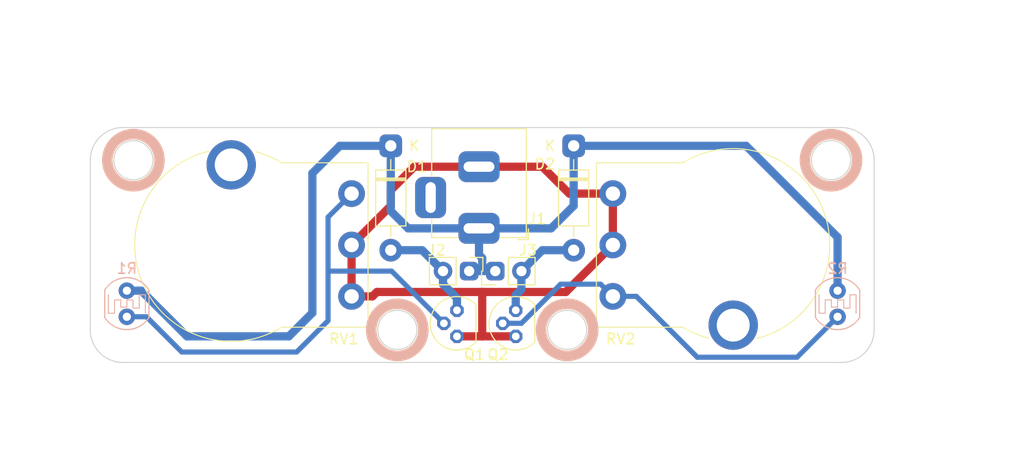
<source format=kicad_pcb>
(kicad_pcb (version 20221018) (generator pcbnew)
  (title_block (title "BoxRobot") (date "2023-06-22") (rev "v1") (company "Maker's Asylum") (comment 1 "Line Follower Robot") (comment 2 "for Innovation School Kit box"))
  (layers (0 "F.Cu" signal) (31 "B.Cu" signal) (36 "B.SilkS" user "B.Silkscreen") (37 "F.SilkS" user "F.Silkscreen") (38 "B.Mask" user) (39 "F.Mask" user) (44 "Edge.Cuts" user))
  (net 0 "")
  (net 1 "/9V")
  (net 2 "/Drain1")
  (net 3 "/Drain2")
  (net 4 "/GND")
  (net 5 "/Gate1")
  (net 6 "/Gate2")
  (footprint "Lib_robot_lf:PinHeader_1x02_P2.54mm_Vertical" (layer "F.Cu") (at 100.33 78.74 -90)
    (fp_text reference "J2" (at -2.032 3.175 -180) (layer "F.SilkS") (effects (font (size 1.016 1.016) (thickness 0.1524))))
    (fp_text value "Motor")
    (fp_line (start -1.33 -1.33) (end 0 -1.33) (stroke (width 0.12)) (layer "F.SilkS"))
    (fp_line (start -1.33 0) (end -1.33 -1.33) (stroke (width 0.12)) (layer "F.SilkS"))
    (fp_line (start -1.33 1.27) (end -1.33 3.87) (stroke (width 0.12)) (layer "F.SilkS"))
    (fp_line (start -1.33 1.27) (end 1.33 1.27) (stroke (width 0.12)) (layer "F.SilkS"))
    (fp_line (start -1.33 3.87) (end 1.33 3.87) (stroke (width 0.12)) (layer "F.SilkS"))
    (fp_line (start 1.33 1.27) (end 1.33 3.87) (stroke (width 0.12)) (layer "F.SilkS"))
    (pad "1" thru_hole roundrect (at 0 0 270) (size 1.8 1.8) (drill 1) (layers "*.Cu" "*.Mask") (net 1 "/9V"))
    (pad "2" thru_hole circle (at 0 2.54 270) (size 1.8 1.8) (drill 1) (layers "*.Cu" "*.Mask") (net 2 "/Drain1"))
  )
  (footprint "Lib_robot_lf:D_DO-41_SOD81_P10.16mm_Horizontal" (layer "F.Cu") (at 92.71 66.548001 -90)
    (fp_text reference "D1" (at 2.031999 -2.54) (layer "F.SilkS") (effects (font (size 1.016 1.016) (thickness 0.1524))))
    (fp_text value "1N5819")
    (fp_text user "K" (at -0.000001 -2.286) (layer "F.SilkS") (effects (font (size 1.016 1.016) (thickness 0.1524))))
    (fp_line (start 1.34 0) (end 2.36 0) (stroke (width 0.12)) (layer "F.SilkS"))
    (fp_line (start 2.36 -1.47) (end 2.36 1.47) (stroke (width 0.12)) (layer "F.SilkS"))
    (fp_line (start 2.36 1.47) (end 7.8 1.47) (stroke (width 0.12)) (layer "F.SilkS"))
    (fp_line (start 3.14 -1.47) (end 3.14 1.47) (stroke (width 0.12)) (layer "F.SilkS"))
    (fp_line (start 3.26 -1.47) (end 3.26 1.47) (stroke (width 0.12)) (layer "F.SilkS"))
    (fp_line (start 3.38 -1.47) (end 3.38 1.47) (stroke (width 0.12)) (layer "F.SilkS"))
    (fp_line (start 7.8 -1.47) (end 2.36 -1.47) (stroke (width 0.12)) (layer "F.SilkS"))
    (fp_line (start 7.8 1.47) (end 7.8 -1.47) (stroke (width 0.12)) (layer "F.SilkS"))
    (fp_line (start 8.82 0) (end 7.8 0) (stroke (width 0.12)) (layer "F.SilkS"))
    (pad "1" thru_hole roundrect (at 0 0 270) (size 2.2 2.2) (drill 1.1) (layers "*.Cu" "*.Mask") (net 1 "/9V"))
    (pad "2" thru_hole oval (at 10.16 0 270) (size 2.2 2.2) (drill 1.1) (layers "*.Cu" "*.Mask") (net 2 "/Drain1"))
  )
  (footprint "Lib_robot_lf:BarrelJack_Horizontal" (layer "F.Cu") (at 101.2875 74.58 -90)
    (fp_text reference "J1" (at -0.92 -5.6465 -180) (layer "F.SilkS") (effects (font (size 1.016 1.016) (thickness 0.1524))))
    (fp_text value "9VDC")
    (fp_line (start -9.7 -4.6) (end 0.9 -4.6) (stroke (width 0.12)) (layer "F.SilkS"))
    (fp_line (start -9.7 4.6) (end -9.7 -4.6) (stroke (width 0.12)) (layer "F.SilkS"))
    (fp_line (start -5.1 4.6) (end -9.7 4.6) (stroke (width 0.12)) (layer "F.SilkS"))
    (fp_line (start 0.05 -4.8) (end 1.1 -4.8) (stroke (width 0.12)) (layer "F.SilkS"))
    (fp_line (start 0.9 -4.7) (end 0.9 -2.1) (stroke (width 0.12)) (layer "F.SilkS"))
    (fp_line (start 0.9 2.1) (end 0.9 4.6) (stroke (width 0.12)) (layer "F.SilkS"))
    (fp_line (start 0.9 4.6) (end -0.9 4.6) (stroke (width 0.12)) (layer "F.SilkS"))
    (fp_line (start 1.1 -3.75) (end 1.1 -4.8) (stroke (width 0.12)) (layer "F.SilkS"))
    (pad "1" thru_hole roundrect (at 0 0 270) (size 3 4) (drill oval 1 3) (layers "*.Cu" "*.Mask") (net 1 "/9V"))
    (pad "2" thru_hole roundrect (at -6 0 270) (size 3 4) (drill oval 1 3) (layers "*.Cu" "*.Mask") (net 4 "/GND"))
    (pad "3" thru_hole roundrect (at -3 4.7 270) (size 4 3) (drill oval 3 1) (layers "*.Cu" "*.Mask"))
  )
  (footprint "Lib_robot_lf:TO-92" (layer "F.Cu") (at 99.145 85.09 90)
    (fp_text reference "Q1" (at -1.778 1.693) (layer "F.SilkS") (effects (font (size 1.016 1.016) (thickness 0.1524))))
    (fp_text value "2N7000")
    (fp_line (start -0.53 1.85) (end 3.07 1.85) (stroke (width 0.12)) (layer "F.SilkS"))
    (fp_arc (start -0.568478 1.838478) (mid -1.132087 -0.994977) (end 1.27 -2.6) (stroke (width 0.12)) (layer "F.SilkS"))
    (fp_arc (start 1.27 -2.6) (mid 3.672087 -0.994977) (end 3.108478 1.838478) (stroke (width 0.12)) (layer "F.SilkS"))
    (pad "1" thru_hole roundrect (at 0 0 90) (size 1.3 1.3) (drill 0.75) (layers "*.Cu" "*.Mask") (roundrect_rratio 0) (chamfer_ratio 0.3) (chamfer top_left top_right bottom_left bottom_right) (net 4 "/GND"))
    (pad "2" thru_hole roundrect (at 1.27 -1.27 90) (size 1.3 1.3) (drill 0.75) (layers "*.Cu" "*.Mask") (roundrect_rratio 0) (chamfer_ratio 0.3) (chamfer top_left top_right bottom_left bottom_right) (net 5 "/Gate1"))
    (pad "3" thru_hole roundrect (at 2.54 0 90) (size 1.3 1.3) (drill 0.75) (layers "*.Cu" "*.Mask") (roundrect_rratio 0) (chamfer_ratio 0.3) (chamfer top_left top_right bottom_left bottom_right) (net 2 "/Drain1"))
  )
  (footprint "Lib_robot_lf:PinHeader_1x02_P2.54mm_Vertical" (layer "F.Cu") (at 102.87 78.74 90)
    (fp_text reference "J3" (at 2.032 3.175 180) (layer "F.SilkS") (effects (font (size 1.016 1.016) (thickness 0.1524))))
    (fp_text value "Motor")
    (fp_line (start -1.33 -1.33) (end 0 -1.33) (stroke (width 0.12)) (layer "F.SilkS"))
    (fp_line (start -1.33 0) (end -1.33 -1.33) (stroke (width 0.12)) (layer "F.SilkS"))
    (fp_line (start -1.33 1.27) (end -1.33 3.87) (stroke (width 0.12)) (layer "F.SilkS"))
    (fp_line (start -1.33 1.27) (end 1.33 1.27) (stroke (width 0.12)) (layer "F.SilkS"))
    (fp_line (start -1.33 3.87) (end 1.33 3.87) (stroke (width 0.12)) (layer "F.SilkS"))
    (fp_line (start 1.33 1.27) (end 1.33 3.87) (stroke (width 0.12)) (layer "F.SilkS"))
    (pad "1" thru_hole roundrect (at 0 0 90) (size 1.8 1.8) (drill 1) (layers "*.Cu" "*.Mask") (net 1 "/9V"))
    (pad "2" thru_hole circle (at 0 2.54 90) (size 1.8 1.8) (drill 1) (layers "*.Cu" "*.Mask") (net 3 "/Drain2"))
  )
  (footprint "Lib_robot_lf:TO-92" (layer "F.Cu") (at 104.86 85.09 90)
    (fp_text reference "Q2" (at -1.778 -1.736) (layer "F.SilkS") (effects (font (size 1.016 1.016) (thickness 0.1524))))
    (fp_text value "2N7000")
    (fp_line (start -0.53 1.85) (end 3.07 1.85) (stroke (width 0.12)) (layer "F.SilkS"))
    (fp_arc (start -0.568478 1.838478) (mid -1.132087 -0.994977) (end 1.27 -2.6) (stroke (width 0.12)) (layer "F.SilkS"))
    (fp_arc (start 1.27 -2.6) (mid 3.672087 -0.994977) (end 3.108478 1.838478) (stroke (width 0.12)) (layer "F.SilkS"))
    (pad "1" thru_hole roundrect (at 0 0 90) (size 1.3 1.3) (drill 0.75) (layers "*.Cu" "*.Mask") (roundrect_rratio 0) (chamfer_ratio 0.3) (chamfer top_left top_right bottom_left bottom_right) (net 4 "/GND"))
    (pad "2" thru_hole roundrect (at 1.27 -1.27 90) (size 1.3 1.3) (drill 0.75) (layers "*.Cu" "*.Mask") (roundrect_rratio 0) (chamfer_ratio 0.3) (chamfer top_left top_right bottom_left bottom_right) (net 6 "/Gate2"))
    (pad "3" thru_hole roundrect (at 2.54 0 90) (size 1.3 1.3) (drill 0.75) (layers "*.Cu" "*.Mask") (roundrect_rratio 0) (chamfer_ratio 0.3) (chamfer top_left top_right bottom_left bottom_right) (net 3 "/Drain2"))
  )
  (footprint "Lib_robot_lf:D_DO-41_SOD81_P10.16mm_Horizontal" (layer "F.Cu") (at 110.49 66.548001 -90)
    (fp_text reference "D2" (at 1.777999 2.794) (layer "F.SilkS") (effects (font (size 1.016 1.016) (thickness 0.1524))))
    (fp_text value "1N5819")
    (fp_text user "K" (at -0.000001 2.286) (layer "F.SilkS") (effects (font (size 1.016 1.016) (thickness 0.1524))))
    (fp_line (start 1.34 0) (end 2.36 0) (stroke (width 0.12)) (layer "F.SilkS"))
    (fp_line (start 2.36 -1.47) (end 2.36 1.47) (stroke (width 0.12)) (layer "F.SilkS"))
    (fp_line (start 2.36 1.47) (end 7.8 1.47) (stroke (width 0.12)) (layer "F.SilkS"))
    (fp_line (start 3.14 -1.47) (end 3.14 1.47) (stroke (width 0.12)) (layer "F.SilkS"))
    (fp_line (start 3.26 -1.47) (end 3.26 1.47) (stroke (width 0.12)) (layer "F.SilkS"))
    (fp_line (start 3.38 -1.47) (end 3.38 1.47) (stroke (width 0.12)) (layer "F.SilkS"))
    (fp_line (start 7.8 -1.47) (end 2.36 -1.47) (stroke (width 0.12)) (layer "F.SilkS"))
    (fp_line (start 7.8 1.47) (end 7.8 -1.47) (stroke (width 0.12)) (layer "F.SilkS"))
    (fp_line (start 8.82 0) (end 7.8 0) (stroke (width 0.12)) (layer "F.SilkS"))
    (pad "1" thru_hole roundrect (at 0 0 270) (size 2.2 2.2) (drill 1.1) (layers "*.Cu" "*.Mask") (net 1 "/9V"))
    (pad "2" thru_hole oval (at 10.16 0 270) (size 2.2 2.2) (drill 1.1) (layers "*.Cu" "*.Mask") (net 3 "/Drain2"))
  )
  (footprint "Lib_robot_lf:Pot_P160KNPD4FC20B10K" (layer "B.Cu") (at 88.9 76.2 -90)
    (fp_text reference "RV1" (at 9.144 0.762) (layer "F.SilkS") (effects (font (size 1.016 1.016) (thickness 0.1524))))
    (fp_text value "10k" hide)
    (fp_line (start -8 -1.6) (end -8 6.8) (stroke (width 0.1)) (layer "F.SilkS"))
    (fp_line (start 8 -1.6) (end -8 -1.6) (stroke (width 0.1)) (layer "F.SilkS"))
    (fp_line (start 8 6.8) (end 8 -1.6) (stroke (width 0.1)) (layer "F.SilkS"))
    (fp_arc (start -9.071185 9.3076) (mid -8.627186 8.014674) (end -7.999999 6.800001) (stroke (width 0.1)) (layer "F.SilkS"))
    (fp_arc (start 7.999999 6.800001) (mid 3.596022 20.364789) (end -9.118667 13.904513) (stroke (width 0.1)) (layer "F.SilkS"))
    (pad "" np_thru_hole circle (at 0 11.7 270) (size 7.5 7.5) (drill 7.5) (layers "*.Cu" "*.Mask"))
    (pad "1" thru_hole circle (at -5 0 270) (size 2.6 2.6) (drill 1.4) (layers "*.Cu" "*.Mask") (net 5 "/Gate1"))
    (pad "2" thru_hole circle (at 0 0 270) (size 2.6 2.6) (drill 1.4) (layers "*.Cu" "*.Mask") (net 4 "/GND"))
    (pad "3" thru_hole circle (at 5 0 270) (size 2.6 2.6) (drill 1.4) (layers "*.Cu" "*.Mask") (net 4 "/GND"))
    (pad "MH1" thru_hole circle (at -7.8 11.7 270) (size 4.8 4.8) (drill 3.2) (layers "*.Cu" "*.Mask"))
  )
  (footprint "Lib_robot_lf:R_LDR_4.9x4.2mm_P2.54mm_Vertical" (layer "B.Cu") (at 136.144 80.645 -90)
    (fp_text reference "R2" (at -2.159 0 -180) (layer "B.SilkS") (effects (font (size 1.016 1.016) (thickness 0.1524)) (justify mirror)))
    (fp_text value "LDR")
    (fp_line (start -0.05 -2.15) (end 2.6 -2.15) (stroke (width 0.12)) (layer "B.SilkS"))
    (fp_line (start -0.05 2.15) (end 2.6 2.15) (stroke (width 0.12)) (layer "B.SilkS"))
    (fp_line (start 0.4 -1.8) (end 2.2 -1.8) (stroke (width 0.1)) (layer "B.SilkS"))
    (fp_line (start 0.4 -1.2) (end 0.4 -1.8) (stroke (width 0.1)) (layer "B.SilkS"))
    (fp_line (start 0.4 1.8) (end 2.2 1.8) (stroke (width 0.1)) (layer "B.SilkS"))
    (fp_line (start 0.9 -0.6) (end 1.7 -0.6) (stroke (width 0.1)) (layer "B.SilkS"))
    (fp_line (start 0.9 0) (end 0.9 -0.6) (stroke (width 0.1)) (layer "B.SilkS"))
    (fp_line (start 0.9 0.6) (end 1.6 0.6) (stroke (width 0.1)) (layer "B.SilkS"))
    (fp_line (start 0.9 1.2) (end 0.9 0.6) (stroke (width 0.1)) (layer "B.SilkS"))
    (fp_line (start 1.6 0) (end 0.9 0) (stroke (width 0.1)) (layer "B.SilkS"))
    (fp_line (start 1.6 0.6) (end 1.6 0) (stroke (width 0.1)) (layer "B.SilkS"))
    (fp_line (start 1.7 -1.2) (end 0.4 -1.2) (stroke (width 0.1)) (layer "B.SilkS"))
    (fp_line (start 1.7 -0.6) (end 1.7 -1.2) (stroke (width 0.1)) (layer "B.SilkS"))
    (fp_line (start 2.2 1.2) (end 0.9 1.2) (stroke (width 0.1)) (layer "B.SilkS"))
    (fp_line (start 2.2 1.8) (end 2.2 1.2) (stroke (width 0.1)) (layer "B.SilkS"))
    (fp_arc (start -0.075476 2.134388) (mid -1.262424 -0.01494) (end -0.05 -2.15) (stroke (width 0.12)) (layer "B.SilkS"))
    (fp_arc (start 2.628027 -2.132145) (mid 3.788646 0.016616) (end 2.6 2.15) (stroke (width 0.12)) (layer "B.SilkS"))
    (pad "1" thru_hole circle (at 0 0 270) (size 1.6 1.6) (drill 0.8) (layers "*.Cu" "*.Mask") (net 1 "/9V"))
    (pad "2" thru_hole circle (at 2.54 0 270) (size 1.6 1.6) (drill 0.8) (layers "*.Cu" "*.Mask") (net 6 "/Gate2"))
  )
  (footprint "Lib_robot_lf:Pot_P160KNPD4FC20B10K" (layer "B.Cu") (at 114.3 76.2 90)
    (fp_text reference "RV2" (at -9.144 0.762) (layer "F.SilkS") (effects (font (size 1.016 1.016) (thickness 0.1524))))
    (fp_text value "10k" hide)
    (fp_line (start -8 -1.6) (end -8 6.8) (stroke (width 0.1)) (layer "F.SilkS"))
    (fp_line (start 8 -1.6) (end -8 -1.6) (stroke (width 0.1)) (layer "F.SilkS"))
    (fp_line (start 8 6.8) (end 8 -1.6) (stroke (width 0.1)) (layer "F.SilkS"))
    (fp_arc (start -9.071185 9.3076) (mid -8.627186 8.014674) (end -7.999999 6.800001) (stroke (width 0.1)) (layer "F.SilkS"))
    (fp_arc (start 7.999999 6.800001) (mid 3.596022 20.364789) (end -9.118667 13.904513) (stroke (width 0.1)) (layer "F.SilkS"))
    (pad "" np_thru_hole circle (at 0 11.7 90) (size 7.5 7.5) (drill 7.5) (layers "*.Cu" "*.Mask"))
    (pad "1" thru_hole circle (at -5 0 90) (size 2.6 2.6) (drill 1.4) (layers "*.Cu" "*.Mask") (net 6 "/Gate2"))
    (pad "2" thru_hole circle (at 0 0 90) (size 2.6 2.6) (drill 1.4) (layers "*.Cu" "*.Mask") (net 4 "/GND"))
    (pad "3" thru_hole circle (at 5 0 90) (size 2.6 2.6) (drill 1.4) (layers "*.Cu" "*.Mask") (net 4 "/GND"))
    (pad "MH1" thru_hole circle (at -7.8 11.7 90) (size 4.8 4.8) (drill 3.2) (layers "*.Cu" "*.Mask"))
  )
  (footprint "Lib_robot_lf:R_LDR_4.9x4.2mm_P2.54mm_Vertical" (layer "B.Cu") (at 67.056 80.644999 -90)
    (fp_text reference "R1" (at -2.158999 0) (layer "B.SilkS") (effects (font (size 1.016 1.016) (thickness 0.1524)) (justify mirror)))
    (fp_text value "LDR")
    (fp_line (start -0.05 -2.15) (end 2.6 -2.15) (stroke (width 0.12)) (layer "B.SilkS"))
    (fp_line (start -0.05 2.15) (end 2.6 2.15) (stroke (width 0.12)) (layer "B.SilkS"))
    (fp_line (start 0.4 -1.8) (end 2.2 -1.8) (stroke (width 0.1)) (layer "B.SilkS"))
    (fp_line (start 0.4 -1.2) (end 0.4 -1.8) (stroke (width 0.1)) (layer "B.SilkS"))
    (fp_line (start 0.4 1.8) (end 2.2 1.8) (stroke (width 0.1)) (layer "B.SilkS"))
    (fp_line (start 0.9 -0.6) (end 1.7 -0.6) (stroke (width 0.1)) (layer "B.SilkS"))
    (fp_line (start 0.9 0) (end 0.9 -0.6) (stroke (width 0.1)) (layer "B.SilkS"))
    (fp_line (start 0.9 0.6) (end 1.6 0.6) (stroke (width 0.1)) (layer "B.SilkS"))
    (fp_line (start 0.9 1.2) (end 0.9 0.6) (stroke (width 0.1)) (layer "B.SilkS"))
    (fp_line (start 1.6 0) (end 0.9 0) (stroke (width 0.1)) (layer "B.SilkS"))
    (fp_line (start 1.6 0.6) (end 1.6 0) (stroke (width 0.1)) (layer "B.SilkS"))
    (fp_line (start 1.7 -1.2) (end 0.4 -1.2) (stroke (width 0.1)) (layer "B.SilkS"))
    (fp_line (start 1.7 -0.6) (end 1.7 -1.2) (stroke (width 0.1)) (layer "B.SilkS"))
    (fp_line (start 2.2 1.2) (end 0.9 1.2) (stroke (width 0.1)) (layer "B.SilkS"))
    (fp_line (start 2.2 1.8) (end 2.2 1.2) (stroke (width 0.1)) (layer "B.SilkS"))
    (fp_arc (start -0.075476 2.134388) (mid -1.262424 -0.01494) (end -0.05 -2.15) (stroke (width 0.12)) (layer "B.SilkS"))
    (fp_arc (start 2.628027 -2.132145) (mid 3.788646 0.016616) (end 2.6 2.15) (stroke (width 0.12)) (layer "B.SilkS"))
    (pad "1" thru_hole circle (at 0 0 270) (size 1.6 1.6) (drill 0.8) (layers "*.Cu" "*.Mask") (net 1 "/9V"))
    (pad "2" thru_hole circle (at 2.54 0 270) (size 1.6 1.6) (drill 0.8) (layers "*.Cu" "*.Mask") (net 5 "/Gate1"))
  )
  (gr_circle (center 93.345 84.455) (end 90.805 84.455) (stroke (width 1.016)) (fill none) (layer "B.SilkS"))
  (gr_circle (center 135.509 67.945) (end 132.969 67.945) (stroke (width 1.016)) (fill none) (layer "B.SilkS"))
  (gr_circle (center 67.691 67.945) (end 65.151 67.945) (stroke (width 1.016)) (fill none) (layer "B.SilkS"))
  (gr_circle (center 109.855 84.455) (end 107.315 84.455) (stroke (width 1.016)) (fill none) (layer "B.SilkS"))
  (gr_circle (center 135.509 67.945) (end 138.049 67.945) (stroke (width 1.016)) (fill none) (layer "F.SilkS"))
  (gr_circle (center 93.345 84.455) (end 95.885 84.455) (stroke (width 1.016)) (fill none) (layer "F.SilkS"))
  (gr_circle (center 109.855 84.455) (end 112.395 84.455) (stroke (width 1.016)) (fill none) (layer "F.SilkS"))
  (gr_circle (center 67.691 67.945) (end 70.231 67.945) (stroke (width 1.016)) (fill none) (layer "F.SilkS"))
  (gr_line (start 139.7 67.945) (end 139.7 84.455) (stroke (width 0.1)) (layer "Edge.Cuts"))
  (gr_circle (center 67.691 67.945) (end 65.786 67.945) (stroke (width 0.1)) (fill none) (layer "Edge.Cuts"))
  (gr_circle (center 109.855 84.455) (end 109.855 86.36) (stroke (width 0.1)) (fill none) (layer "Edge.Cuts"))
  (gr_circle (center 93.345 84.455) (end 93.345 86.36) (stroke (width 0.1)) (fill none) (layer "Edge.Cuts"))
  (gr_arc (start 139.7 84.455) (mid 138.770064 86.700064) (end 136.525 87.63) (stroke (width 0.1)) (layer "Edge.Cuts"))
  (gr_line (start 136.525 87.63) (end 66.675 87.63) (stroke (width 0.1)) (layer "Edge.Cuts"))
  (gr_circle (center 135.509 67.945) (end 137.414 67.945) (stroke (width 0.1)) (fill none) (layer "Edge.Cuts"))
  (gr_line (start 63.5 84.455) (end 63.5 67.945) (stroke (width 0.1)) (layer "Edge.Cuts"))
  (gr_arc (start 63.5 67.945) (mid 64.429936 65.699936) (end 66.675 64.77) (stroke (width 0.1)) (layer "Edge.Cuts"))
  (gr_line (start 66.675 64.77) (end 136.525 64.77) (stroke (width 0.1)) (layer "Edge.Cuts"))
  (gr_arc (start 66.675 87.63) (mid 64.429936 86.700064) (end 63.5 84.455) (stroke (width 0.1)) (layer "Edge.Cuts"))
  (gr_arc (start 136.525 64.77) (mid 138.770064 65.699936) (end 139.7 67.945) (stroke (width 0.1)) (layer "Edge.Cuts"))
  (segment (start 67.056 80.644999) (end 68.452999 80.644999) (width 0.8) (layer "B.Cu") (net 1))
  (segment (start 101.6 78.74) (end 101.6 77.47) (width 0.8) (layer "B.Cu") (net 1))
  (segment (start 136.144 75.438) (end 127.254001 66.548001) (width 0.8) (layer "B.Cu") (net 1))
  (segment (start 82.804 85.09) (end 85.09 82.804) (width 0.8) (layer "B.Cu") (net 1))
  (segment (start 85.09 82.804) (end 85.09 69.215) (width 0.8) (layer "B.Cu") (net 1))
  (segment (start 92.71 72.898) (end 92.71 66.548001) (width 0.8) (layer "B.Cu") (net 1))
  (segment (start 101.2875 77.1575) (end 101.2875 74.58) (width 0.8) (layer "B.Cu") (net 1))
  (segment (start 101.2875 74.58) (end 94.392 74.58) (width 0.8) (layer "B.Cu") (net 1))
  (segment (start 94.392 74.58) (end 92.71 72.898) (width 0.8) (layer "B.Cu") (net 1))
  (segment (start 100.33 78.74) (end 101.6 78.74) (width 0.8) (layer "B.Cu") (net 1))
  (segment (start 101.6 77.47) (end 101.2875 77.1575) (width 0.8) (layer "B.Cu") (net 1))
  (segment (start 87.756999 66.548001) (end 92.71 66.548001) (width 0.8) (layer "B.Cu") (net 1))
  (segment (start 85.09 69.215) (end 87.756999 66.548001) (width 0.8) (layer "B.Cu") (net 1))
  (segment (start 108.3 74.58) (end 110.49 72.39) (width 0.8) (layer "B.Cu") (net 1))
  (segment (start 101.6 78.74) (end 102.87 78.74) (width 0.8) (layer "B.Cu") (net 1))
  (segment (start 110.49 72.39) (end 110.49 66.548001) (width 0.8) (layer "B.Cu") (net 1))
  (segment (start 127.254001 66.548001) (end 110.49 66.548001) (width 0.8) (layer "B.Cu") (net 1))
  (segment (start 72.898 85.09) (end 82.804 85.09) (width 0.8) (layer "B.Cu") (net 1))
  (segment (start 101.2875 74.58) (end 108.3 74.58) (width 0.8) (layer "B.Cu") (net 1))
  (segment (start 68.452999 80.644999) (end 72.898 85.09) (width 0.8) (layer "B.Cu") (net 1))
  (segment (start 136.144 80.645) (end 136.144 75.438) (width 0.8) (layer "B.Cu") (net 1))
  (segment (start 95.758001 76.708001) (end 92.71 76.708001) (width 0.8) (layer "B.Cu") (net 2))
  (segment (start 97.79 78.74) (end 95.758001 76.708001) (width 0.8) (layer "B.Cu") (net 2))
  (segment (start 97.79 80.01) (end 97.79 78.74) (width 0.8) (layer "B.Cu") (net 2))
  (segment (start 99.145 81.365) (end 97.79 80.01) (width 0.8) (layer "B.Cu") (net 2))
  (segment (start 99.145 82.55) (end 99.145 81.365) (width 0.8) (layer "B.Cu") (net 2))
  (segment (start 104.86 82.55) (end 104.86 81.068) (width 0.8) (layer "B.Cu") (net 3))
  (segment (start 104.86 81.068) (end 105.41 80.518) (width 0.8) (layer "B.Cu") (net 3))
  (segment (start 107.441999 76.708001) (end 110.49 76.708001) (width 0.8) (layer "B.Cu") (net 3))
  (segment (start 105.41 80.518) (end 105.41 78.74) (width 0.8) (layer "B.Cu") (net 3))
  (segment (start 105.41 78.74) (end 107.441999 76.708001) (width 0.8) (layer "B.Cu") (net 3))
  (segment (start 90.932 81.2) (end 88.9 81.2) (width 0.8) (layer "F.Cu") (net 4))
  (segment (start 94.996 68.58) (end 92.71 70.866) (width 0.8) (layer "F.Cu") (net 4))
  (segment (start 114.3 71.2) (end 114.3 76.2) (width 0.8) (layer "F.Cu") (net 4))
  (segment (start 91.36 80.772) (end 90.932 81.2) (width 0.8) (layer "F.Cu") (net 4))
  (segment (start 109.728 80.772) (end 114.3 76.2) (width 0.8) (layer "F.Cu") (net 4))
  (segment (start 101.6 85.09) (end 104.86 85.09) (width 0.8) (layer "F.Cu") (net 4))
  (segment (start 92.71 70.866) (end 92.71 72.39) (width 0.8) (layer "F.Cu") (net 4))
  (segment (start 92.71 72.39) (end 88.9 76.2) (width 0.8) (layer "F.Cu") (net 4))
  (segment (start 110.062 71.2) (end 114.3 71.2) (width 0.8) (layer "F.Cu") (net 4))
  (segment (start 107.442 68.58) (end 110.062 71.2) (width 0.8) (layer "F.Cu") (net 4))
  (segment (start 101.6 80.772) (end 109.728 80.772) (width 0.8) (layer "F.Cu") (net 4))
  (segment (start 88.9 76.2) (end 88.9 81.2) (width 0.8) (layer "F.Cu") (net 4))
  (segment (start 101.6 85.09) (end 101.6 80.772) (width 0.8) (layer "F.Cu") (net 4))
  (segment (start 101.6 80.772) (end 91.36 80.772) (width 0.8) (layer "F.Cu") (net 4))
  (segment (start 99.145 85.09) (end 101.6 85.09) (width 0.8) (layer "F.Cu") (net 4))
  (segment (start 101.2875 68.58) (end 94.996 68.58) (width 0.8) (layer "F.Cu") (net 4))
  (segment (start 101.2875 68.58) (end 107.442 68.58) (width 0.8) (layer "F.Cu") (net 4))
  (segment (start 86.614 78.74) (end 86.614 83.566) (width 0.5) (layer "B.Cu") (net 5))
  (segment (start 86.614 73.486) (end 86.614 78.74) (width 0.5) (layer "B.Cu") (net 5))
  (segment (start 72.39 86.614) (end 68.960999 83.184999) (width 0.5) (layer "B.Cu") (net 5))
  (segment (start 83.566 86.614) (end 72.39 86.614) (width 0.5) (layer "B.Cu") (net 5))
  (segment (start 88.9 71.2) (end 86.614 73.486) (width 0.5) (layer "B.Cu") (net 5))
  (segment (start 86.614 78.74) (end 92.795 78.74) (width 0.5) (layer "B.Cu") (net 5))
  (segment (start 92.795 78.74) (end 94.9115 80.8565) (width 0.5) (layer "B.Cu") (net 5))
  (segment (start 86.614 83.566) (end 83.566 86.614) (width 0.5) (layer "B.Cu") (net 5))
  (segment (start 97.875 83.82) (end 94.9115 80.8565) (width 0.5) (layer "B.Cu") (net 5))
  (segment (start 68.960999 83.184999) (end 67.056 83.184999) (width 0.5) (layer "B.Cu") (net 5))
  (segment (start 136.144 83.185) (end 132.207 87.122) (width 0.5) (layer "B.Cu") (net 6))
  (segment (start 109.22 80.01) (end 113.11 80.01) (width 0.5) (layer "B.Cu") (net 6))
  (segment (start 103.59 83.82) (end 105.41 83.82) (width 0.5) (layer "B.Cu") (net 6))
  (segment (start 122.508 87.122) (end 116.586 81.2) (width 0.5) (layer "B.Cu") (net 6))
  (segment (start 113.11 80.01) (end 114.3 81.2) (width 0.5) (layer "B.Cu") (net 6))
  (segment (start 105.41 83.82) (end 109.22 80.01) (width 0.5) (layer "B.Cu") (net 6))
  (segment (start 116.586 81.2) (end 114.3 81.2) (width 0.5) (layer "B.Cu") (net 6))
  (segment (start 132.207 87.122) (end 122.508 87.122) (width 0.5) (layer "B.Cu") (net 6))
)
</source>
